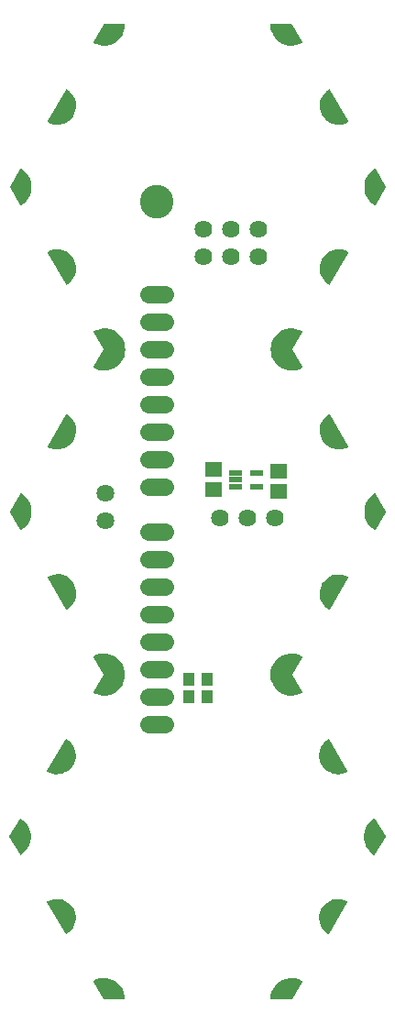
<source format=gbr>
G04 EAGLE Gerber RS-274X export*
G75*
%MOMM*%
%FSLAX34Y34*%
%LPD*%
%INSoldermask Bottom*%
%IPPOS*%
%AMOC8*
5,1,8,0,0,1.08239X$1,22.5*%
G01*
%ADD10C,3.101600*%
%ADD11C,1.625600*%
%ADD12C,1.631600*%
%ADD13R,1.601600X1.401600*%
%ADD14R,1.301600X0.501600*%
%ADD15C,1.625600*%
%ADD16R,1.101600X1.201600*%
%ADD17C,1.101600*%

G36*
X120706Y526255D02*
X120706Y526255D01*
X120753Y526252D01*
X123791Y526618D01*
X123823Y526628D01*
X123870Y526634D01*
X126810Y527481D01*
X126840Y527497D01*
X126885Y527510D01*
X129651Y528818D01*
X129674Y528835D01*
X129701Y528845D01*
X129753Y528894D01*
X129810Y528937D01*
X129825Y528962D01*
X129845Y528982D01*
X129874Y529047D01*
X129910Y529109D01*
X129914Y529138D01*
X129925Y529164D01*
X129926Y529236D01*
X129935Y529306D01*
X129928Y529334D01*
X129928Y529363D01*
X129893Y529457D01*
X129882Y529498D01*
X129875Y529506D01*
X129870Y529519D01*
X120514Y545770D01*
X129870Y562020D01*
X129879Y562048D01*
X129896Y562071D01*
X129910Y562141D01*
X129933Y562209D01*
X129931Y562238D01*
X129937Y562266D01*
X129923Y562336D01*
X129917Y562407D01*
X129904Y562433D01*
X129899Y562461D01*
X129859Y562520D01*
X129826Y562584D01*
X129803Y562602D01*
X129787Y562626D01*
X129705Y562683D01*
X129672Y562710D01*
X129662Y562713D01*
X129651Y562721D01*
X126885Y564029D01*
X126852Y564037D01*
X126810Y564058D01*
X123870Y564905D01*
X123836Y564908D01*
X123791Y564921D01*
X120753Y565287D01*
X120719Y565284D01*
X120673Y565290D01*
X117616Y565163D01*
X117583Y565155D01*
X117536Y565153D01*
X114539Y564537D01*
X114507Y564524D01*
X114461Y564515D01*
X111602Y563427D01*
X111573Y563408D01*
X111529Y563392D01*
X108881Y561859D01*
X108856Y561836D01*
X108815Y561813D01*
X106447Y559875D01*
X106426Y559849D01*
X106389Y559819D01*
X104363Y557527D01*
X104346Y557497D01*
X104315Y557462D01*
X102682Y554874D01*
X102670Y554843D01*
X102645Y554803D01*
X101449Y551987D01*
X101442Y551953D01*
X101440Y551947D01*
X101435Y551940D01*
X101434Y551935D01*
X101424Y551910D01*
X100695Y548939D01*
X100694Y548905D01*
X100682Y548859D01*
X100440Y545809D01*
X100443Y545781D01*
X100439Y545753D01*
X100441Y545743D01*
X100440Y545730D01*
X100682Y542680D01*
X100692Y542647D01*
X100695Y542600D01*
X101424Y539629D01*
X101438Y539598D01*
X101449Y539552D01*
X102645Y536736D01*
X102664Y536708D01*
X102682Y536665D01*
X104315Y534077D01*
X104338Y534052D01*
X104363Y534012D01*
X106389Y531720D01*
X106416Y531699D01*
X106447Y531664D01*
X108815Y529726D01*
X108845Y529710D01*
X108881Y529680D01*
X111529Y528147D01*
X111561Y528136D01*
X111602Y528112D01*
X114461Y527024D01*
X114495Y527018D01*
X114539Y527002D01*
X117536Y526386D01*
X117570Y526386D01*
X117616Y526376D01*
X120673Y526249D01*
X120706Y526255D01*
G37*
G36*
X120452Y226027D02*
X120452Y226027D01*
X120499Y226024D01*
X123537Y226390D01*
X123569Y226400D01*
X123616Y226406D01*
X126556Y227253D01*
X126586Y227269D01*
X126631Y227282D01*
X129397Y228590D01*
X129420Y228607D01*
X129447Y228617D01*
X129499Y228666D01*
X129556Y228709D01*
X129571Y228734D01*
X129591Y228754D01*
X129620Y228819D01*
X129656Y228881D01*
X129660Y228910D01*
X129671Y228936D01*
X129672Y229008D01*
X129681Y229078D01*
X129674Y229106D01*
X129674Y229135D01*
X129639Y229229D01*
X129628Y229270D01*
X129621Y229278D01*
X129616Y229291D01*
X120260Y245542D01*
X129616Y261792D01*
X129625Y261820D01*
X129642Y261843D01*
X129656Y261913D01*
X129679Y261981D01*
X129677Y262010D01*
X129683Y262038D01*
X129669Y262108D01*
X129663Y262179D01*
X129650Y262205D01*
X129645Y262233D01*
X129605Y262292D01*
X129572Y262356D01*
X129549Y262374D01*
X129533Y262398D01*
X129451Y262455D01*
X129418Y262482D01*
X129408Y262485D01*
X129397Y262493D01*
X126631Y263801D01*
X126598Y263809D01*
X126556Y263830D01*
X123616Y264677D01*
X123582Y264680D01*
X123537Y264693D01*
X120499Y265059D01*
X120465Y265056D01*
X120419Y265062D01*
X117362Y264935D01*
X117329Y264927D01*
X117282Y264925D01*
X114285Y264309D01*
X114253Y264296D01*
X114207Y264287D01*
X111348Y263199D01*
X111319Y263180D01*
X111275Y263164D01*
X108627Y261631D01*
X108602Y261608D01*
X108561Y261585D01*
X106193Y259647D01*
X106172Y259621D01*
X106135Y259591D01*
X104109Y257299D01*
X104092Y257269D01*
X104061Y257234D01*
X102428Y254646D01*
X102416Y254615D01*
X102391Y254575D01*
X101195Y251759D01*
X101188Y251725D01*
X101186Y251719D01*
X101181Y251712D01*
X101180Y251707D01*
X101170Y251682D01*
X100441Y248711D01*
X100440Y248677D01*
X100428Y248631D01*
X100186Y245581D01*
X100189Y245553D01*
X100185Y245525D01*
X100187Y245515D01*
X100186Y245502D01*
X100428Y242452D01*
X100438Y242419D01*
X100441Y242372D01*
X101170Y239401D01*
X101184Y239370D01*
X101195Y239324D01*
X102391Y236508D01*
X102410Y236480D01*
X102428Y236437D01*
X104061Y233849D01*
X104084Y233824D01*
X104109Y233784D01*
X106135Y231492D01*
X106162Y231471D01*
X106193Y231436D01*
X108561Y229498D01*
X108591Y229482D01*
X108627Y229452D01*
X111275Y227919D01*
X111307Y227908D01*
X111348Y227884D01*
X114207Y226796D01*
X114241Y226790D01*
X114285Y226774D01*
X117282Y226158D01*
X117316Y226158D01*
X117362Y226148D01*
X120419Y226021D01*
X120452Y226027D01*
G37*
G36*
X-50941Y526376D02*
X-50941Y526376D01*
X-50908Y526384D01*
X-50861Y526386D01*
X-47864Y527002D01*
X-47832Y527015D01*
X-47786Y527024D01*
X-44927Y528112D01*
X-44898Y528131D01*
X-44854Y528147D01*
X-42206Y529680D01*
X-42181Y529703D01*
X-42140Y529726D01*
X-39772Y531664D01*
X-39751Y531690D01*
X-39714Y531720D01*
X-37688Y534012D01*
X-37671Y534042D01*
X-37640Y534077D01*
X-36007Y536665D01*
X-35995Y536697D01*
X-35970Y536736D01*
X-34774Y539552D01*
X-34767Y539586D01*
X-34749Y539629D01*
X-34020Y542600D01*
X-34019Y542634D01*
X-34007Y542680D01*
X-33765Y545730D01*
X-33768Y545758D01*
X-33764Y545786D01*
X-33766Y545796D01*
X-33765Y545809D01*
X-34007Y548859D01*
X-34017Y548892D01*
X-34020Y548939D01*
X-34749Y551910D01*
X-34763Y551941D01*
X-34774Y551987D01*
X-35970Y554803D01*
X-35989Y554831D01*
X-36007Y554874D01*
X-37640Y557462D01*
X-37663Y557487D01*
X-37688Y557527D01*
X-39714Y559819D01*
X-39741Y559840D01*
X-39772Y559875D01*
X-42140Y561813D01*
X-42170Y561829D01*
X-42206Y561859D01*
X-44854Y563392D01*
X-44886Y563403D01*
X-44927Y563427D01*
X-47786Y564515D01*
X-47820Y564521D01*
X-47864Y564537D01*
X-50861Y565153D01*
X-50895Y565153D01*
X-50941Y565163D01*
X-53998Y565290D01*
X-54031Y565284D01*
X-54078Y565287D01*
X-57116Y564921D01*
X-57148Y564911D01*
X-57195Y564905D01*
X-60135Y564058D01*
X-60165Y564042D01*
X-60210Y564029D01*
X-62976Y562721D01*
X-62999Y562704D01*
X-63026Y562694D01*
X-63078Y562645D01*
X-63135Y562602D01*
X-63150Y562577D01*
X-63170Y562557D01*
X-63199Y562492D01*
X-63235Y562430D01*
X-63239Y562402D01*
X-63250Y562375D01*
X-63251Y562303D01*
X-63260Y562233D01*
X-63253Y562205D01*
X-63253Y562176D01*
X-63218Y562082D01*
X-63207Y562041D01*
X-63200Y562033D01*
X-63195Y562020D01*
X-53839Y545770D01*
X-63195Y529519D01*
X-63204Y529491D01*
X-63221Y529468D01*
X-63235Y529398D01*
X-63258Y529330D01*
X-63256Y529302D01*
X-63262Y529273D01*
X-63248Y529203D01*
X-63242Y529132D01*
X-63229Y529106D01*
X-63224Y529078D01*
X-63184Y529019D01*
X-63151Y528955D01*
X-63128Y528937D01*
X-63112Y528913D01*
X-63030Y528856D01*
X-62997Y528829D01*
X-62987Y528826D01*
X-62976Y528818D01*
X-60210Y527510D01*
X-60177Y527502D01*
X-60135Y527481D01*
X-57195Y526634D01*
X-57161Y526631D01*
X-57116Y526618D01*
X-54078Y526252D01*
X-54044Y526255D01*
X-53998Y526249D01*
X-50941Y526376D01*
G37*
G36*
X-51195Y226148D02*
X-51195Y226148D01*
X-51162Y226156D01*
X-51115Y226158D01*
X-48118Y226774D01*
X-48086Y226787D01*
X-48040Y226796D01*
X-45181Y227884D01*
X-45152Y227903D01*
X-45108Y227919D01*
X-42460Y229452D01*
X-42435Y229475D01*
X-42394Y229498D01*
X-40026Y231436D01*
X-40005Y231462D01*
X-39968Y231492D01*
X-37942Y233784D01*
X-37925Y233814D01*
X-37894Y233849D01*
X-36261Y236437D01*
X-36249Y236469D01*
X-36224Y236508D01*
X-35028Y239324D01*
X-35021Y239358D01*
X-35003Y239401D01*
X-34274Y242372D01*
X-34273Y242406D01*
X-34261Y242452D01*
X-34019Y245502D01*
X-34022Y245530D01*
X-34018Y245558D01*
X-34020Y245568D01*
X-34019Y245581D01*
X-34261Y248631D01*
X-34271Y248664D01*
X-34274Y248711D01*
X-35003Y251682D01*
X-35017Y251713D01*
X-35028Y251759D01*
X-36224Y254575D01*
X-36243Y254603D01*
X-36261Y254646D01*
X-37894Y257234D01*
X-37917Y257259D01*
X-37942Y257299D01*
X-39968Y259591D01*
X-39995Y259612D01*
X-40026Y259647D01*
X-42394Y261585D01*
X-42424Y261601D01*
X-42460Y261631D01*
X-45108Y263164D01*
X-45140Y263175D01*
X-45181Y263199D01*
X-48040Y264287D01*
X-48074Y264293D01*
X-48118Y264309D01*
X-51115Y264925D01*
X-51149Y264925D01*
X-51195Y264935D01*
X-54252Y265062D01*
X-54285Y265056D01*
X-54332Y265059D01*
X-57370Y264693D01*
X-57402Y264683D01*
X-57449Y264677D01*
X-60389Y263830D01*
X-60419Y263814D01*
X-60464Y263801D01*
X-63230Y262493D01*
X-63253Y262476D01*
X-63280Y262466D01*
X-63332Y262417D01*
X-63389Y262374D01*
X-63404Y262349D01*
X-63424Y262329D01*
X-63453Y262264D01*
X-63489Y262202D01*
X-63493Y262174D01*
X-63504Y262147D01*
X-63505Y262075D01*
X-63514Y262005D01*
X-63507Y261977D01*
X-63507Y261948D01*
X-63472Y261854D01*
X-63461Y261813D01*
X-63454Y261805D01*
X-63449Y261792D01*
X-54093Y245542D01*
X-63449Y229291D01*
X-63458Y229263D01*
X-63475Y229240D01*
X-63489Y229170D01*
X-63512Y229102D01*
X-63510Y229074D01*
X-63516Y229045D01*
X-63502Y228975D01*
X-63496Y228904D01*
X-63483Y228878D01*
X-63478Y228850D01*
X-63438Y228791D01*
X-63405Y228727D01*
X-63382Y228709D01*
X-63366Y228685D01*
X-63284Y228628D01*
X-63251Y228601D01*
X-63241Y228598D01*
X-63230Y228590D01*
X-60464Y227282D01*
X-60431Y227274D01*
X-60389Y227253D01*
X-57449Y226406D01*
X-57415Y226403D01*
X-57370Y226390D01*
X-54332Y226024D01*
X-54298Y226027D01*
X-54252Y226021D01*
X-51195Y226148D01*
G37*
G36*
X-88056Y605579D02*
X-88056Y605579D01*
X-87985Y605576D01*
X-87957Y605587D01*
X-87928Y605589D01*
X-87838Y605631D01*
X-87798Y605646D01*
X-87790Y605654D01*
X-87778Y605659D01*
X-85474Y607259D01*
X-85450Y607284D01*
X-85411Y607311D01*
X-83402Y609268D01*
X-83382Y609297D01*
X-83348Y609331D01*
X-81688Y611591D01*
X-81674Y611623D01*
X-81645Y611662D01*
X-80380Y614165D01*
X-80371Y614198D01*
X-80349Y614241D01*
X-79514Y616918D01*
X-79510Y616953D01*
X-79496Y616999D01*
X-79113Y619777D01*
X-79115Y619812D01*
X-79108Y619859D01*
X-79187Y622663D01*
X-79195Y622697D01*
X-79196Y622745D01*
X-79736Y625497D01*
X-79749Y625529D01*
X-79758Y625576D01*
X-80743Y628202D01*
X-80759Y628227D01*
X-80764Y628246D01*
X-80771Y628257D01*
X-80779Y628276D01*
X-82182Y630704D01*
X-82205Y630730D01*
X-82229Y630772D01*
X-84014Y632936D01*
X-84041Y632957D01*
X-84071Y632995D01*
X-86187Y634835D01*
X-86218Y634852D01*
X-86254Y634884D01*
X-88644Y636351D01*
X-88677Y636363D01*
X-88718Y636388D01*
X-91317Y637442D01*
X-91351Y637448D01*
X-91395Y637466D01*
X-94132Y638078D01*
X-94167Y638079D01*
X-94214Y638089D01*
X-97014Y638242D01*
X-97049Y638237D01*
X-97097Y638240D01*
X-99884Y637929D01*
X-99917Y637919D01*
X-99965Y637913D01*
X-102663Y637148D01*
X-102694Y637133D01*
X-102740Y637119D01*
X-105276Y635921D01*
X-105299Y635903D01*
X-105327Y635893D01*
X-105378Y635844D01*
X-105435Y635802D01*
X-105450Y635777D01*
X-105471Y635757D01*
X-105499Y635691D01*
X-105535Y635630D01*
X-105539Y635601D01*
X-105551Y635574D01*
X-105551Y635503D01*
X-105560Y635433D01*
X-105553Y635405D01*
X-105553Y635375D01*
X-105518Y635283D01*
X-105507Y635241D01*
X-105500Y635233D01*
X-105495Y635220D01*
X-88495Y605820D01*
X-88475Y605798D01*
X-88463Y605771D01*
X-88410Y605724D01*
X-88363Y605671D01*
X-88337Y605658D01*
X-88315Y605639D01*
X-88247Y605616D01*
X-88183Y605585D01*
X-88154Y605584D01*
X-88127Y605574D01*
X-88056Y605579D01*
G37*
G36*
X-88056Y305605D02*
X-88056Y305605D01*
X-87985Y305602D01*
X-87957Y305613D01*
X-87928Y305615D01*
X-87838Y305657D01*
X-87798Y305672D01*
X-87790Y305680D01*
X-87778Y305685D01*
X-85474Y307285D01*
X-85450Y307310D01*
X-85411Y307337D01*
X-83402Y309294D01*
X-83382Y309323D01*
X-83348Y309357D01*
X-81688Y311617D01*
X-81674Y311649D01*
X-81645Y311688D01*
X-80380Y314191D01*
X-80371Y314224D01*
X-80349Y314267D01*
X-79514Y316944D01*
X-79510Y316979D01*
X-79496Y317025D01*
X-79113Y319803D01*
X-79115Y319838D01*
X-79108Y319885D01*
X-79187Y322689D01*
X-79195Y322723D01*
X-79196Y322771D01*
X-79736Y325523D01*
X-79749Y325555D01*
X-79758Y325602D01*
X-80743Y328228D01*
X-80759Y328253D01*
X-80764Y328272D01*
X-80771Y328283D01*
X-80779Y328302D01*
X-82182Y330730D01*
X-82205Y330756D01*
X-82229Y330798D01*
X-84014Y332962D01*
X-84041Y332983D01*
X-84071Y333021D01*
X-86187Y334861D01*
X-86218Y334878D01*
X-86254Y334910D01*
X-88644Y336377D01*
X-88677Y336389D01*
X-88718Y336414D01*
X-91317Y337468D01*
X-91351Y337474D01*
X-91395Y337492D01*
X-94132Y338104D01*
X-94167Y338105D01*
X-94214Y338115D01*
X-97014Y338268D01*
X-97049Y338263D01*
X-97097Y338266D01*
X-99884Y337955D01*
X-99917Y337945D01*
X-99965Y337939D01*
X-102663Y337174D01*
X-102694Y337159D01*
X-102740Y337145D01*
X-105276Y335947D01*
X-105299Y335929D01*
X-105327Y335919D01*
X-105378Y335870D01*
X-105435Y335828D01*
X-105450Y335803D01*
X-105471Y335783D01*
X-105499Y335717D01*
X-105535Y335656D01*
X-105539Y335627D01*
X-105551Y335600D01*
X-105551Y335529D01*
X-105560Y335459D01*
X-105553Y335431D01*
X-105553Y335401D01*
X-105518Y335309D01*
X-105507Y335267D01*
X-105500Y335259D01*
X-105495Y335246D01*
X-88495Y305846D01*
X-88475Y305824D01*
X-88463Y305797D01*
X-88410Y305750D01*
X-88363Y305697D01*
X-88337Y305684D01*
X-88315Y305665D01*
X-88247Y305642D01*
X-88183Y305611D01*
X-88154Y305610D01*
X-88127Y305600D01*
X-88056Y305605D01*
G37*
G36*
X-88564Y5631D02*
X-88564Y5631D01*
X-88493Y5628D01*
X-88465Y5639D01*
X-88436Y5641D01*
X-88346Y5683D01*
X-88306Y5698D01*
X-88298Y5706D01*
X-88286Y5711D01*
X-85982Y7311D01*
X-85958Y7336D01*
X-85919Y7363D01*
X-83910Y9320D01*
X-83890Y9349D01*
X-83856Y9383D01*
X-82196Y11643D01*
X-82182Y11675D01*
X-82153Y11714D01*
X-80888Y14217D01*
X-80879Y14250D01*
X-80857Y14293D01*
X-80022Y16970D01*
X-80018Y17005D01*
X-80004Y17051D01*
X-79621Y19829D01*
X-79623Y19864D01*
X-79616Y19911D01*
X-79695Y22715D01*
X-79703Y22749D01*
X-79704Y22797D01*
X-80244Y25549D01*
X-80257Y25581D01*
X-80266Y25628D01*
X-81251Y28254D01*
X-81267Y28279D01*
X-81272Y28298D01*
X-81279Y28309D01*
X-81287Y28328D01*
X-82690Y30756D01*
X-82713Y30782D01*
X-82737Y30824D01*
X-84522Y32988D01*
X-84549Y33009D01*
X-84579Y33047D01*
X-86695Y34887D01*
X-86726Y34904D01*
X-86762Y34936D01*
X-89152Y36403D01*
X-89185Y36415D01*
X-89226Y36440D01*
X-91825Y37494D01*
X-91859Y37500D01*
X-91903Y37518D01*
X-94640Y38130D01*
X-94675Y38131D01*
X-94722Y38141D01*
X-97522Y38294D01*
X-97557Y38289D01*
X-97605Y38292D01*
X-100392Y37981D01*
X-100425Y37971D01*
X-100473Y37965D01*
X-103171Y37200D01*
X-103202Y37185D01*
X-103248Y37171D01*
X-105784Y35973D01*
X-105807Y35955D01*
X-105835Y35945D01*
X-105886Y35896D01*
X-105943Y35854D01*
X-105958Y35829D01*
X-105979Y35809D01*
X-106007Y35743D01*
X-106043Y35682D01*
X-106047Y35653D01*
X-106059Y35626D01*
X-106059Y35555D01*
X-106068Y35485D01*
X-106061Y35457D01*
X-106061Y35427D01*
X-106026Y35335D01*
X-106015Y35293D01*
X-106008Y35285D01*
X-106003Y35272D01*
X-89003Y5872D01*
X-88983Y5850D01*
X-88971Y5823D01*
X-88918Y5776D01*
X-88871Y5723D01*
X-88845Y5710D01*
X-88823Y5691D01*
X-88755Y5668D01*
X-88691Y5637D01*
X-88662Y5636D01*
X-88635Y5626D01*
X-88564Y5631D01*
G37*
G36*
X163724Y753302D02*
X163724Y753302D01*
X163772Y753300D01*
X166559Y753610D01*
X166592Y753620D01*
X166640Y753626D01*
X169338Y754391D01*
X169369Y754407D01*
X169415Y754420D01*
X171951Y755618D01*
X171974Y755636D01*
X172002Y755646D01*
X172053Y755695D01*
X172110Y755737D01*
X172125Y755762D01*
X172146Y755782D01*
X172174Y755848D01*
X172210Y755909D01*
X172214Y755938D01*
X172226Y755965D01*
X172226Y756036D01*
X172235Y756106D01*
X172228Y756134D01*
X172228Y756164D01*
X172193Y756256D01*
X172182Y756298D01*
X172175Y756307D01*
X172170Y756319D01*
X155170Y785719D01*
X155150Y785741D01*
X155138Y785768D01*
X155085Y785815D01*
X155038Y785868D01*
X155012Y785881D01*
X154990Y785900D01*
X154922Y785923D01*
X154858Y785954D01*
X154829Y785955D01*
X154802Y785965D01*
X154731Y785960D01*
X154660Y785963D01*
X154632Y785952D01*
X154603Y785950D01*
X154513Y785908D01*
X154473Y785893D01*
X154465Y785886D01*
X154453Y785880D01*
X152149Y784280D01*
X152125Y784255D01*
X152086Y784228D01*
X150077Y782271D01*
X150057Y782242D01*
X150023Y782208D01*
X148363Y779948D01*
X148349Y779916D01*
X148320Y779877D01*
X147055Y777374D01*
X147046Y777341D01*
X147024Y777298D01*
X146189Y774621D01*
X146185Y774586D01*
X146171Y774540D01*
X145788Y771762D01*
X145790Y771727D01*
X145783Y771680D01*
X145862Y768876D01*
X145870Y768842D01*
X145871Y768794D01*
X146411Y766042D01*
X146424Y766010D01*
X146433Y765963D01*
X147418Y763337D01*
X147437Y763308D01*
X147454Y763263D01*
X148857Y760835D01*
X148880Y760809D01*
X148904Y760767D01*
X150689Y758603D01*
X150716Y758582D01*
X150746Y758544D01*
X152862Y756704D01*
X152893Y756687D01*
X152929Y756655D01*
X155319Y755188D01*
X155352Y755176D01*
X155393Y755151D01*
X157992Y754097D01*
X158026Y754091D01*
X158070Y754073D01*
X160807Y753461D01*
X160842Y753460D01*
X160889Y753450D01*
X163689Y753297D01*
X163724Y753302D01*
G37*
G36*
X163724Y453302D02*
X163724Y453302D01*
X163772Y453300D01*
X166559Y453610D01*
X166592Y453620D01*
X166640Y453626D01*
X169338Y454391D01*
X169369Y454407D01*
X169415Y454420D01*
X171951Y455618D01*
X171974Y455636D01*
X172002Y455646D01*
X172053Y455695D01*
X172110Y455737D01*
X172125Y455762D01*
X172146Y455782D01*
X172174Y455848D01*
X172210Y455909D01*
X172214Y455938D01*
X172226Y455965D01*
X172226Y456036D01*
X172235Y456106D01*
X172228Y456134D01*
X172228Y456164D01*
X172193Y456256D01*
X172182Y456298D01*
X172175Y456307D01*
X172170Y456319D01*
X155170Y485719D01*
X155150Y485741D01*
X155138Y485768D01*
X155085Y485815D01*
X155038Y485868D01*
X155012Y485881D01*
X154990Y485900D01*
X154922Y485923D01*
X154858Y485954D01*
X154829Y485955D01*
X154802Y485965D01*
X154731Y485960D01*
X154660Y485963D01*
X154632Y485952D01*
X154603Y485950D01*
X154513Y485908D01*
X154473Y485893D01*
X154465Y485886D01*
X154453Y485880D01*
X152149Y484280D01*
X152125Y484255D01*
X152086Y484228D01*
X150077Y482271D01*
X150057Y482242D01*
X150023Y482208D01*
X148363Y479948D01*
X148349Y479916D01*
X148320Y479877D01*
X147055Y477374D01*
X147046Y477341D01*
X147024Y477298D01*
X146189Y474621D01*
X146185Y474586D01*
X146171Y474540D01*
X145788Y471762D01*
X145790Y471727D01*
X145783Y471680D01*
X145862Y468876D01*
X145870Y468842D01*
X145871Y468794D01*
X146411Y466042D01*
X146424Y466010D01*
X146433Y465963D01*
X147418Y463337D01*
X147437Y463308D01*
X147454Y463263D01*
X148857Y460835D01*
X148880Y460809D01*
X148904Y460767D01*
X150689Y458603D01*
X150716Y458582D01*
X150746Y458544D01*
X152862Y456704D01*
X152893Y456687D01*
X152929Y456655D01*
X155319Y455188D01*
X155352Y455176D01*
X155393Y455151D01*
X157992Y454097D01*
X158026Y454091D01*
X158070Y454073D01*
X160807Y453461D01*
X160842Y453460D01*
X160889Y453450D01*
X163689Y453297D01*
X163724Y453302D01*
G37*
G36*
X163216Y153354D02*
X163216Y153354D01*
X163264Y153352D01*
X166051Y153662D01*
X166084Y153672D01*
X166132Y153678D01*
X168830Y154443D01*
X168861Y154459D01*
X168907Y154472D01*
X171443Y155670D01*
X171466Y155688D01*
X171494Y155698D01*
X171545Y155747D01*
X171602Y155789D01*
X171617Y155814D01*
X171638Y155834D01*
X171666Y155900D01*
X171702Y155961D01*
X171706Y155990D01*
X171718Y156017D01*
X171718Y156088D01*
X171727Y156158D01*
X171720Y156186D01*
X171720Y156216D01*
X171685Y156308D01*
X171674Y156350D01*
X171667Y156359D01*
X171662Y156371D01*
X154662Y185771D01*
X154642Y185793D01*
X154630Y185820D01*
X154577Y185867D01*
X154530Y185920D01*
X154504Y185933D01*
X154482Y185952D01*
X154414Y185975D01*
X154350Y186006D01*
X154321Y186007D01*
X154294Y186017D01*
X154223Y186012D01*
X154152Y186015D01*
X154124Y186004D01*
X154095Y186002D01*
X154005Y185960D01*
X153965Y185945D01*
X153957Y185938D01*
X153945Y185932D01*
X151641Y184332D01*
X151617Y184307D01*
X151578Y184280D01*
X149569Y182323D01*
X149549Y182294D01*
X149515Y182260D01*
X147855Y180000D01*
X147841Y179968D01*
X147812Y179929D01*
X146547Y177426D01*
X146538Y177393D01*
X146516Y177350D01*
X145681Y174673D01*
X145677Y174638D01*
X145663Y174592D01*
X145280Y171814D01*
X145282Y171779D01*
X145275Y171732D01*
X145354Y168928D01*
X145362Y168894D01*
X145363Y168846D01*
X145903Y166094D01*
X145916Y166062D01*
X145925Y166015D01*
X146910Y163389D01*
X146929Y163360D01*
X146946Y163315D01*
X148349Y160887D01*
X148372Y160861D01*
X148396Y160819D01*
X150181Y158655D01*
X150208Y158634D01*
X150238Y158596D01*
X152354Y156756D01*
X152385Y156739D01*
X152421Y156707D01*
X154811Y155240D01*
X154844Y155228D01*
X154885Y155203D01*
X157484Y154149D01*
X157518Y154143D01*
X157562Y154125D01*
X160299Y153513D01*
X160334Y153512D01*
X160381Y153502D01*
X163181Y153349D01*
X163216Y153354D01*
G37*
G36*
X154255Y5632D02*
X154255Y5632D01*
X154326Y5632D01*
X154353Y5643D01*
X154382Y5646D01*
X154444Y5681D01*
X154510Y5708D01*
X154530Y5729D01*
X154556Y5743D01*
X154619Y5820D01*
X154649Y5850D01*
X154653Y5861D01*
X154662Y5872D01*
X171662Y35272D01*
X171671Y35299D01*
X171688Y35323D01*
X171702Y35393D01*
X171725Y35460D01*
X171723Y35489D01*
X171729Y35518D01*
X171715Y35588D01*
X171710Y35658D01*
X171696Y35684D01*
X171691Y35713D01*
X171651Y35772D01*
X171618Y35835D01*
X171596Y35854D01*
X171579Y35878D01*
X171498Y35935D01*
X171465Y35962D01*
X171454Y35965D01*
X171443Y35973D01*
X168907Y37171D01*
X168874Y37180D01*
X168830Y37200D01*
X166132Y37965D01*
X166098Y37968D01*
X166051Y37981D01*
X163264Y38292D01*
X163229Y38288D01*
X163181Y38294D01*
X160381Y38141D01*
X160348Y38132D01*
X160299Y38130D01*
X157562Y37518D01*
X157531Y37504D01*
X157484Y37494D01*
X154885Y36440D01*
X154856Y36421D01*
X154811Y36403D01*
X152421Y34936D01*
X152395Y34912D01*
X152354Y34887D01*
X150238Y33047D01*
X150217Y33019D01*
X150181Y32988D01*
X148396Y30824D01*
X148380Y30793D01*
X148349Y30756D01*
X146946Y28328D01*
X146935Y28296D01*
X146928Y28284D01*
X146918Y28268D01*
X146917Y28266D01*
X146910Y28254D01*
X145925Y25628D01*
X145920Y25594D01*
X145903Y25549D01*
X145363Y22797D01*
X145364Y22762D01*
X145354Y22715D01*
X145275Y19911D01*
X145281Y19877D01*
X145280Y19829D01*
X145663Y17051D01*
X145674Y17018D01*
X145681Y16970D01*
X146516Y14293D01*
X146533Y14263D01*
X146547Y14217D01*
X147812Y11714D01*
X147833Y11686D01*
X147855Y11643D01*
X149515Y9383D01*
X149540Y9359D01*
X149569Y9320D01*
X151578Y7363D01*
X151607Y7345D01*
X151641Y7311D01*
X153945Y5711D01*
X153972Y5700D01*
X153994Y5681D01*
X154062Y5661D01*
X154127Y5633D01*
X154157Y5633D01*
X154185Y5624D01*
X154255Y5632D01*
G37*
G36*
X154763Y605580D02*
X154763Y605580D01*
X154834Y605580D01*
X154861Y605591D01*
X154890Y605594D01*
X154952Y605629D01*
X155018Y605656D01*
X155038Y605677D01*
X155064Y605691D01*
X155127Y605768D01*
X155157Y605798D01*
X155161Y605809D01*
X155170Y605820D01*
X172170Y635220D01*
X172179Y635247D01*
X172196Y635271D01*
X172210Y635341D01*
X172233Y635408D01*
X172231Y635437D01*
X172237Y635466D01*
X172223Y635536D01*
X172218Y635606D01*
X172204Y635632D01*
X172199Y635661D01*
X172159Y635720D01*
X172126Y635783D01*
X172104Y635802D01*
X172087Y635826D01*
X172006Y635883D01*
X171973Y635910D01*
X171962Y635913D01*
X171951Y635921D01*
X169415Y637119D01*
X169382Y637128D01*
X169338Y637148D01*
X166640Y637913D01*
X166606Y637916D01*
X166559Y637929D01*
X163772Y638240D01*
X163737Y638236D01*
X163689Y638242D01*
X160889Y638089D01*
X160856Y638080D01*
X160807Y638078D01*
X158070Y637466D01*
X158039Y637452D01*
X157992Y637442D01*
X155393Y636388D01*
X155364Y636369D01*
X155319Y636351D01*
X152929Y634884D01*
X152903Y634860D01*
X152862Y634835D01*
X150746Y632995D01*
X150725Y632967D01*
X150689Y632936D01*
X148904Y630772D01*
X148888Y630741D01*
X148857Y630704D01*
X147454Y628276D01*
X147443Y628244D01*
X147435Y628231D01*
X147426Y628216D01*
X147425Y628214D01*
X147418Y628202D01*
X146433Y625576D01*
X146428Y625542D01*
X146411Y625497D01*
X145871Y622745D01*
X145872Y622710D01*
X145862Y622663D01*
X145783Y619859D01*
X145789Y619825D01*
X145788Y619777D01*
X146171Y616999D01*
X146182Y616966D01*
X146189Y616918D01*
X147024Y614241D01*
X147041Y614211D01*
X147055Y614165D01*
X148320Y611662D01*
X148341Y611634D01*
X148363Y611591D01*
X150023Y609331D01*
X150048Y609307D01*
X150077Y609268D01*
X152086Y607311D01*
X152115Y607293D01*
X152149Y607259D01*
X154453Y605659D01*
X154480Y605648D01*
X154502Y605629D01*
X154570Y605609D01*
X154635Y605581D01*
X154665Y605581D01*
X154693Y605572D01*
X154763Y605580D01*
G37*
G36*
X154763Y305352D02*
X154763Y305352D01*
X154834Y305352D01*
X154861Y305363D01*
X154890Y305366D01*
X154952Y305401D01*
X155018Y305428D01*
X155038Y305449D01*
X155064Y305463D01*
X155127Y305540D01*
X155157Y305570D01*
X155161Y305581D01*
X155170Y305592D01*
X172170Y334992D01*
X172179Y335019D01*
X172196Y335043D01*
X172210Y335113D01*
X172233Y335180D01*
X172231Y335209D01*
X172237Y335238D01*
X172223Y335308D01*
X172218Y335378D01*
X172204Y335404D01*
X172199Y335433D01*
X172159Y335492D01*
X172126Y335555D01*
X172104Y335574D01*
X172087Y335598D01*
X172006Y335655D01*
X171973Y335682D01*
X171962Y335685D01*
X171951Y335693D01*
X169415Y336891D01*
X169382Y336900D01*
X169338Y336920D01*
X166640Y337685D01*
X166606Y337688D01*
X166559Y337701D01*
X163772Y338012D01*
X163737Y338008D01*
X163689Y338014D01*
X160889Y337861D01*
X160856Y337852D01*
X160807Y337850D01*
X158070Y337238D01*
X158039Y337224D01*
X157992Y337214D01*
X155393Y336160D01*
X155364Y336141D01*
X155319Y336123D01*
X152929Y334656D01*
X152903Y334632D01*
X152862Y334607D01*
X150746Y332767D01*
X150725Y332739D01*
X150689Y332708D01*
X148904Y330544D01*
X148888Y330513D01*
X148857Y330476D01*
X147454Y328048D01*
X147443Y328016D01*
X147435Y328003D01*
X147426Y327988D01*
X147425Y327986D01*
X147418Y327974D01*
X146433Y325348D01*
X146428Y325314D01*
X146411Y325269D01*
X145871Y322517D01*
X145872Y322482D01*
X145862Y322435D01*
X145783Y319631D01*
X145789Y319597D01*
X145788Y319549D01*
X146171Y316771D01*
X146182Y316738D01*
X146189Y316690D01*
X147024Y314013D01*
X147041Y313983D01*
X147055Y313937D01*
X148320Y311434D01*
X148341Y311406D01*
X148363Y311363D01*
X150023Y309103D01*
X150048Y309079D01*
X150077Y309040D01*
X152086Y307083D01*
X152115Y307065D01*
X152149Y307031D01*
X154453Y305431D01*
X154480Y305420D01*
X154502Y305401D01*
X154570Y305381D01*
X154635Y305353D01*
X154665Y305353D01*
X154693Y305344D01*
X154763Y305352D01*
G37*
G36*
X-94214Y753450D02*
X-94214Y753450D01*
X-94181Y753459D01*
X-94132Y753461D01*
X-91395Y754073D01*
X-91364Y754087D01*
X-91317Y754097D01*
X-88718Y755151D01*
X-88689Y755170D01*
X-88644Y755188D01*
X-86254Y756655D01*
X-86228Y756679D01*
X-86187Y756704D01*
X-84071Y758544D01*
X-84050Y758572D01*
X-84014Y758603D01*
X-82229Y760767D01*
X-82213Y760798D01*
X-82182Y760835D01*
X-80779Y763263D01*
X-80768Y763295D01*
X-80743Y763337D01*
X-79758Y765963D01*
X-79753Y765997D01*
X-79736Y766042D01*
X-79196Y768794D01*
X-79197Y768829D01*
X-79187Y768876D01*
X-79108Y771680D01*
X-79114Y771714D01*
X-79113Y771762D01*
X-79496Y774540D01*
X-79507Y774573D01*
X-79514Y774621D01*
X-80349Y777298D01*
X-80366Y777328D01*
X-80380Y777374D01*
X-81645Y779877D01*
X-81666Y779905D01*
X-81688Y779948D01*
X-83348Y782208D01*
X-83373Y782232D01*
X-83402Y782271D01*
X-85411Y784228D01*
X-85440Y784246D01*
X-85474Y784280D01*
X-87778Y785880D01*
X-87805Y785891D01*
X-87827Y785910D01*
X-87895Y785930D01*
X-87960Y785958D01*
X-87990Y785958D01*
X-88018Y785967D01*
X-88088Y785959D01*
X-88159Y785959D01*
X-88186Y785948D01*
X-88215Y785945D01*
X-88277Y785910D01*
X-88343Y785883D01*
X-88363Y785862D01*
X-88389Y785848D01*
X-88452Y785771D01*
X-88482Y785741D01*
X-88486Y785730D01*
X-88495Y785719D01*
X-105495Y756319D01*
X-105504Y756292D01*
X-105521Y756268D01*
X-105535Y756198D01*
X-105558Y756131D01*
X-105556Y756102D01*
X-105562Y756073D01*
X-105548Y756003D01*
X-105543Y755933D01*
X-105529Y755907D01*
X-105524Y755878D01*
X-105484Y755819D01*
X-105451Y755756D01*
X-105429Y755737D01*
X-105412Y755713D01*
X-105331Y755656D01*
X-105298Y755629D01*
X-105287Y755626D01*
X-105276Y755618D01*
X-102740Y754420D01*
X-102707Y754411D01*
X-102663Y754391D01*
X-99965Y753626D01*
X-99931Y753623D01*
X-99884Y753610D01*
X-97097Y753300D01*
X-97062Y753303D01*
X-97014Y753297D01*
X-94214Y753450D01*
G37*
G36*
X-94214Y453450D02*
X-94214Y453450D01*
X-94181Y453459D01*
X-94132Y453461D01*
X-91395Y454073D01*
X-91364Y454087D01*
X-91317Y454097D01*
X-88718Y455151D01*
X-88689Y455170D01*
X-88644Y455188D01*
X-86254Y456655D01*
X-86228Y456679D01*
X-86187Y456704D01*
X-84071Y458544D01*
X-84050Y458572D01*
X-84014Y458603D01*
X-82229Y460767D01*
X-82213Y460798D01*
X-82182Y460835D01*
X-80779Y463263D01*
X-80768Y463295D01*
X-80743Y463337D01*
X-79758Y465963D01*
X-79753Y465997D01*
X-79736Y466042D01*
X-79196Y468794D01*
X-79197Y468829D01*
X-79187Y468876D01*
X-79108Y471680D01*
X-79114Y471714D01*
X-79113Y471762D01*
X-79496Y474540D01*
X-79507Y474573D01*
X-79514Y474621D01*
X-80349Y477298D01*
X-80366Y477328D01*
X-80380Y477374D01*
X-81645Y479877D01*
X-81666Y479905D01*
X-81688Y479948D01*
X-83348Y482208D01*
X-83373Y482232D01*
X-83402Y482271D01*
X-85411Y484228D01*
X-85440Y484246D01*
X-85474Y484280D01*
X-87778Y485880D01*
X-87805Y485891D01*
X-87827Y485910D01*
X-87895Y485930D01*
X-87960Y485958D01*
X-87990Y485958D01*
X-88018Y485967D01*
X-88088Y485959D01*
X-88159Y485959D01*
X-88186Y485948D01*
X-88215Y485945D01*
X-88277Y485910D01*
X-88343Y485883D01*
X-88363Y485862D01*
X-88389Y485848D01*
X-88452Y485771D01*
X-88482Y485741D01*
X-88486Y485730D01*
X-88495Y485719D01*
X-105495Y456319D01*
X-105504Y456292D01*
X-105521Y456268D01*
X-105535Y456198D01*
X-105558Y456131D01*
X-105556Y456102D01*
X-105562Y456073D01*
X-105548Y456003D01*
X-105543Y455933D01*
X-105529Y455907D01*
X-105524Y455878D01*
X-105484Y455819D01*
X-105451Y455756D01*
X-105429Y455737D01*
X-105412Y455713D01*
X-105331Y455656D01*
X-105298Y455629D01*
X-105287Y455626D01*
X-105276Y455618D01*
X-102740Y454420D01*
X-102707Y454411D01*
X-102663Y454391D01*
X-99965Y453626D01*
X-99931Y453623D01*
X-99884Y453610D01*
X-97097Y453300D01*
X-97062Y453303D01*
X-97014Y453297D01*
X-94214Y453450D01*
G37*
G36*
X-94722Y153502D02*
X-94722Y153502D01*
X-94689Y153511D01*
X-94640Y153513D01*
X-91903Y154125D01*
X-91872Y154139D01*
X-91825Y154149D01*
X-89226Y155203D01*
X-89197Y155222D01*
X-89152Y155240D01*
X-86762Y156707D01*
X-86736Y156731D01*
X-86695Y156756D01*
X-84579Y158596D01*
X-84558Y158624D01*
X-84522Y158655D01*
X-82737Y160819D01*
X-82721Y160850D01*
X-82690Y160887D01*
X-81287Y163315D01*
X-81276Y163347D01*
X-81251Y163389D01*
X-80266Y166015D01*
X-80261Y166049D01*
X-80244Y166094D01*
X-79704Y168846D01*
X-79705Y168881D01*
X-79695Y168928D01*
X-79616Y171732D01*
X-79622Y171766D01*
X-79621Y171814D01*
X-80004Y174592D01*
X-80015Y174625D01*
X-80022Y174673D01*
X-80857Y177350D01*
X-80874Y177380D01*
X-80888Y177426D01*
X-82153Y179929D01*
X-82174Y179957D01*
X-82196Y180000D01*
X-83856Y182260D01*
X-83881Y182284D01*
X-83910Y182323D01*
X-85919Y184280D01*
X-85948Y184298D01*
X-85982Y184332D01*
X-88286Y185932D01*
X-88313Y185943D01*
X-88335Y185962D01*
X-88403Y185982D01*
X-88468Y186010D01*
X-88498Y186010D01*
X-88526Y186019D01*
X-88596Y186011D01*
X-88667Y186011D01*
X-88694Y186000D01*
X-88723Y185997D01*
X-88785Y185962D01*
X-88851Y185935D01*
X-88871Y185914D01*
X-88897Y185900D01*
X-88960Y185823D01*
X-88990Y185793D01*
X-88994Y185782D01*
X-89003Y185771D01*
X-106003Y156371D01*
X-106012Y156344D01*
X-106029Y156320D01*
X-106043Y156250D01*
X-106066Y156183D01*
X-106064Y156154D01*
X-106070Y156125D01*
X-106056Y156055D01*
X-106051Y155985D01*
X-106037Y155959D01*
X-106032Y155930D01*
X-105992Y155871D01*
X-105959Y155808D01*
X-105937Y155789D01*
X-105920Y155765D01*
X-105839Y155708D01*
X-105806Y155681D01*
X-105795Y155678D01*
X-105784Y155670D01*
X-103248Y154472D01*
X-103215Y154463D01*
X-103171Y154443D01*
X-100473Y153678D01*
X-100439Y153675D01*
X-100392Y153662D01*
X-97605Y153352D01*
X-97570Y153355D01*
X-97522Y153349D01*
X-94722Y153502D01*
G37*
G36*
X196557Y78832D02*
X196557Y78832D01*
X196628Y78832D01*
X196654Y78843D01*
X196683Y78846D01*
X196745Y78882D01*
X196811Y78909D01*
X196831Y78930D01*
X196856Y78944D01*
X196920Y79021D01*
X196950Y79052D01*
X196954Y79062D01*
X196962Y79072D01*
X206462Y95572D01*
X206473Y95604D01*
X206481Y95617D01*
X206485Y95642D01*
X206486Y95645D01*
X206517Y95716D01*
X206518Y95739D01*
X206525Y95761D01*
X206519Y95838D01*
X206520Y95915D01*
X206511Y95939D01*
X206509Y95959D01*
X206489Y95999D01*
X206462Y96071D01*
X196962Y112571D01*
X196943Y112592D01*
X196931Y112619D01*
X196878Y112666D01*
X196831Y112720D01*
X196805Y112732D01*
X196783Y112752D01*
X196716Y112775D01*
X196651Y112806D01*
X196622Y112807D01*
X196595Y112816D01*
X196524Y112812D01*
X196453Y112815D01*
X196426Y112805D01*
X196397Y112803D01*
X196306Y112760D01*
X196266Y112746D01*
X196258Y112738D01*
X196246Y112732D01*
X193722Y110991D01*
X193699Y110966D01*
X193660Y110940D01*
X191449Y108816D01*
X191430Y108788D01*
X191396Y108756D01*
X189554Y106304D01*
X189539Y106274D01*
X189511Y106236D01*
X188086Y103521D01*
X188077Y103490D01*
X188061Y103465D01*
X188059Y103457D01*
X188054Y103448D01*
X187083Y100539D01*
X187079Y100505D01*
X187064Y100461D01*
X186572Y97435D01*
X186574Y97401D01*
X186566Y97355D01*
X186566Y94288D01*
X186566Y94285D01*
X186566Y94282D01*
X186572Y94256D01*
X186573Y94255D01*
X186572Y94208D01*
X187064Y91182D01*
X187076Y91150D01*
X187083Y91104D01*
X188054Y88195D01*
X188071Y88166D01*
X188086Y88122D01*
X189511Y85407D01*
X189532Y85380D01*
X189554Y85339D01*
X191396Y82887D01*
X191421Y82865D01*
X191449Y82827D01*
X193660Y80703D01*
X193689Y80685D01*
X193722Y80652D01*
X196246Y78911D01*
X196273Y78899D01*
X196295Y78881D01*
X196363Y78861D01*
X196429Y78833D01*
X196458Y78832D01*
X196485Y78824D01*
X196557Y78832D01*
G37*
G36*
X197065Y678780D02*
X197065Y678780D01*
X197136Y678780D01*
X197162Y678791D01*
X197191Y678794D01*
X197253Y678830D01*
X197319Y678857D01*
X197339Y678878D01*
X197364Y678892D01*
X197428Y678969D01*
X197458Y679000D01*
X197462Y679010D01*
X197470Y679020D01*
X206970Y695520D01*
X206981Y695552D01*
X206989Y695565D01*
X206993Y695590D01*
X206994Y695593D01*
X207025Y695664D01*
X207026Y695687D01*
X207033Y695709D01*
X207027Y695786D01*
X207028Y695863D01*
X207019Y695887D01*
X207017Y695907D01*
X206997Y695947D01*
X206970Y696019D01*
X197470Y712519D01*
X197451Y712540D01*
X197439Y712567D01*
X197386Y712614D01*
X197339Y712668D01*
X197313Y712680D01*
X197291Y712700D01*
X197224Y712723D01*
X197159Y712754D01*
X197130Y712755D01*
X197103Y712764D01*
X197032Y712760D01*
X196961Y712763D01*
X196934Y712753D01*
X196905Y712751D01*
X196814Y712708D01*
X196774Y712694D01*
X196766Y712686D01*
X196754Y712680D01*
X194230Y710939D01*
X194207Y710914D01*
X194168Y710888D01*
X191957Y708764D01*
X191938Y708736D01*
X191904Y708704D01*
X190062Y706252D01*
X190047Y706222D01*
X190019Y706184D01*
X188594Y703469D01*
X188585Y703438D01*
X188569Y703413D01*
X188567Y703405D01*
X188562Y703396D01*
X187591Y700487D01*
X187587Y700453D01*
X187572Y700409D01*
X187080Y697383D01*
X187082Y697349D01*
X187074Y697303D01*
X187074Y694236D01*
X187074Y694233D01*
X187074Y694230D01*
X187080Y694204D01*
X187081Y694203D01*
X187080Y694156D01*
X187572Y691130D01*
X187584Y691098D01*
X187591Y691052D01*
X188562Y688143D01*
X188579Y688114D01*
X188594Y688070D01*
X190019Y685355D01*
X190040Y685328D01*
X190062Y685287D01*
X191904Y682835D01*
X191929Y682813D01*
X191957Y682775D01*
X194168Y680651D01*
X194197Y680633D01*
X194230Y680600D01*
X196754Y678859D01*
X196781Y678847D01*
X196803Y678829D01*
X196871Y678809D01*
X196937Y678781D01*
X196966Y678780D01*
X196993Y678772D01*
X197065Y678780D01*
G37*
G36*
X197065Y378780D02*
X197065Y378780D01*
X197136Y378780D01*
X197162Y378791D01*
X197191Y378794D01*
X197253Y378830D01*
X197319Y378857D01*
X197339Y378878D01*
X197364Y378892D01*
X197428Y378969D01*
X197458Y379000D01*
X197462Y379010D01*
X197470Y379020D01*
X206970Y395520D01*
X206981Y395552D01*
X206989Y395565D01*
X206993Y395590D01*
X206994Y395593D01*
X207025Y395664D01*
X207026Y395687D01*
X207033Y395709D01*
X207027Y395786D01*
X207028Y395863D01*
X207019Y395887D01*
X207017Y395907D01*
X206997Y395947D01*
X206970Y396019D01*
X197470Y412519D01*
X197451Y412540D01*
X197439Y412567D01*
X197386Y412614D01*
X197339Y412668D01*
X197313Y412680D01*
X197291Y412700D01*
X197224Y412723D01*
X197159Y412754D01*
X197130Y412755D01*
X197103Y412764D01*
X197032Y412760D01*
X196961Y412763D01*
X196934Y412753D01*
X196905Y412751D01*
X196814Y412708D01*
X196774Y412694D01*
X196766Y412686D01*
X196754Y412680D01*
X194230Y410939D01*
X194207Y410914D01*
X194168Y410888D01*
X191957Y408764D01*
X191938Y408736D01*
X191904Y408704D01*
X190062Y406252D01*
X190047Y406222D01*
X190019Y406184D01*
X188594Y403469D01*
X188585Y403438D01*
X188569Y403413D01*
X188567Y403405D01*
X188562Y403396D01*
X187591Y400487D01*
X187587Y400453D01*
X187572Y400409D01*
X187080Y397383D01*
X187082Y397349D01*
X187074Y397303D01*
X187074Y394236D01*
X187074Y394233D01*
X187074Y394230D01*
X187080Y394204D01*
X187081Y394203D01*
X187080Y394156D01*
X187572Y391130D01*
X187584Y391098D01*
X187591Y391052D01*
X188562Y388143D01*
X188579Y388114D01*
X188594Y388070D01*
X190019Y385355D01*
X190040Y385328D01*
X190062Y385287D01*
X191904Y382835D01*
X191929Y382813D01*
X191957Y382775D01*
X194168Y380651D01*
X194197Y380633D01*
X194230Y380600D01*
X196754Y378859D01*
X196781Y378847D01*
X196803Y378829D01*
X196871Y378809D01*
X196937Y378781D01*
X196966Y378780D01*
X196993Y378772D01*
X197065Y378780D01*
G37*
G36*
X-130865Y78831D02*
X-130865Y78831D01*
X-130794Y78828D01*
X-130767Y78838D01*
X-130738Y78840D01*
X-130647Y78883D01*
X-130607Y78897D01*
X-130599Y78905D01*
X-130587Y78911D01*
X-128063Y80652D01*
X-128040Y80677D01*
X-128001Y80703D01*
X-125790Y82827D01*
X-125771Y82855D01*
X-125737Y82887D01*
X-123895Y85339D01*
X-123880Y85369D01*
X-123852Y85407D01*
X-122427Y88122D01*
X-122417Y88154D01*
X-122395Y88195D01*
X-121424Y91104D01*
X-121420Y91138D01*
X-121405Y91182D01*
X-120913Y94208D01*
X-120915Y94242D01*
X-120907Y94288D01*
X-120907Y97355D01*
X-120914Y97388D01*
X-120913Y97435D01*
X-121405Y100461D01*
X-121417Y100493D01*
X-121424Y100539D01*
X-122395Y103448D01*
X-122409Y103471D01*
X-122415Y103495D01*
X-122421Y103505D01*
X-122427Y103521D01*
X-123852Y106236D01*
X-123873Y106263D01*
X-123895Y106304D01*
X-125737Y108756D01*
X-125762Y108778D01*
X-125790Y108816D01*
X-128001Y110940D01*
X-128030Y110958D01*
X-128063Y110991D01*
X-130587Y112732D01*
X-130614Y112744D01*
X-130636Y112762D01*
X-130704Y112783D01*
X-130770Y112810D01*
X-130799Y112811D01*
X-130826Y112819D01*
X-130898Y112811D01*
X-130969Y112811D01*
X-130995Y112800D01*
X-131024Y112797D01*
X-131086Y112762D01*
X-131152Y112734D01*
X-131172Y112713D01*
X-131197Y112699D01*
X-131261Y112622D01*
X-131291Y112591D01*
X-131295Y112581D01*
X-131303Y112571D01*
X-140803Y96071D01*
X-140827Y95998D01*
X-140858Y95927D01*
X-140859Y95904D01*
X-140866Y95882D01*
X-140860Y95805D01*
X-140861Y95728D01*
X-140852Y95704D01*
X-140850Y95684D01*
X-140830Y95644D01*
X-140810Y95592D01*
X-140809Y95587D01*
X-140808Y95585D01*
X-140803Y95572D01*
X-131303Y79072D01*
X-131284Y79051D01*
X-131272Y79024D01*
X-131219Y78977D01*
X-131172Y78923D01*
X-131146Y78911D01*
X-131124Y78891D01*
X-131057Y78868D01*
X-130992Y78837D01*
X-130963Y78836D01*
X-130936Y78827D01*
X-130865Y78831D01*
G37*
G36*
X-130357Y678779D02*
X-130357Y678779D01*
X-130286Y678776D01*
X-130259Y678786D01*
X-130230Y678788D01*
X-130139Y678831D01*
X-130099Y678845D01*
X-130091Y678853D01*
X-130079Y678859D01*
X-127555Y680600D01*
X-127532Y680625D01*
X-127493Y680651D01*
X-125282Y682775D01*
X-125263Y682803D01*
X-125229Y682835D01*
X-123387Y685287D01*
X-123372Y685317D01*
X-123344Y685355D01*
X-121919Y688070D01*
X-121909Y688102D01*
X-121887Y688143D01*
X-120916Y691052D01*
X-120912Y691086D01*
X-120897Y691130D01*
X-120405Y694156D01*
X-120407Y694190D01*
X-120399Y694236D01*
X-120399Y697303D01*
X-120406Y697336D01*
X-120405Y697383D01*
X-120897Y700409D01*
X-120909Y700441D01*
X-120916Y700487D01*
X-121887Y703396D01*
X-121901Y703419D01*
X-121907Y703443D01*
X-121913Y703452D01*
X-121919Y703469D01*
X-123344Y706184D01*
X-123365Y706211D01*
X-123387Y706252D01*
X-125229Y708704D01*
X-125254Y708726D01*
X-125282Y708764D01*
X-127493Y710888D01*
X-127522Y710906D01*
X-127555Y710939D01*
X-130079Y712680D01*
X-130106Y712692D01*
X-130128Y712710D01*
X-130196Y712731D01*
X-130262Y712758D01*
X-130291Y712759D01*
X-130318Y712767D01*
X-130390Y712759D01*
X-130461Y712759D01*
X-130487Y712748D01*
X-130516Y712745D01*
X-130578Y712710D01*
X-130644Y712682D01*
X-130664Y712661D01*
X-130689Y712647D01*
X-130753Y712570D01*
X-130783Y712539D01*
X-130787Y712529D01*
X-130795Y712519D01*
X-140295Y696019D01*
X-140319Y695946D01*
X-140350Y695875D01*
X-140351Y695852D01*
X-140358Y695830D01*
X-140352Y695753D01*
X-140353Y695676D01*
X-140344Y695652D01*
X-140342Y695632D01*
X-140322Y695592D01*
X-140302Y695540D01*
X-140301Y695535D01*
X-140300Y695533D01*
X-140295Y695520D01*
X-130795Y679020D01*
X-130776Y678999D01*
X-130764Y678972D01*
X-130711Y678925D01*
X-130664Y678871D01*
X-130638Y678859D01*
X-130616Y678839D01*
X-130549Y678816D01*
X-130484Y678785D01*
X-130455Y678784D01*
X-130428Y678775D01*
X-130357Y678779D01*
G37*
G36*
X-130357Y378779D02*
X-130357Y378779D01*
X-130286Y378776D01*
X-130259Y378786D01*
X-130230Y378788D01*
X-130139Y378831D01*
X-130099Y378845D01*
X-130091Y378853D01*
X-130079Y378859D01*
X-127555Y380600D01*
X-127532Y380625D01*
X-127493Y380651D01*
X-125282Y382775D01*
X-125263Y382803D01*
X-125229Y382835D01*
X-123387Y385287D01*
X-123372Y385317D01*
X-123344Y385355D01*
X-121919Y388070D01*
X-121909Y388102D01*
X-121887Y388143D01*
X-120916Y391052D01*
X-120912Y391086D01*
X-120897Y391130D01*
X-120405Y394156D01*
X-120407Y394190D01*
X-120399Y394236D01*
X-120399Y397303D01*
X-120406Y397336D01*
X-120405Y397383D01*
X-120897Y400409D01*
X-120909Y400441D01*
X-120916Y400487D01*
X-121887Y403396D01*
X-121901Y403419D01*
X-121907Y403443D01*
X-121913Y403452D01*
X-121919Y403469D01*
X-123344Y406184D01*
X-123365Y406211D01*
X-123387Y406252D01*
X-125229Y408704D01*
X-125254Y408726D01*
X-125282Y408764D01*
X-127493Y410888D01*
X-127522Y410906D01*
X-127555Y410939D01*
X-130079Y412680D01*
X-130106Y412692D01*
X-130128Y412710D01*
X-130196Y412731D01*
X-130262Y412758D01*
X-130291Y412759D01*
X-130318Y412767D01*
X-130390Y412759D01*
X-130461Y412759D01*
X-130487Y412748D01*
X-130516Y412745D01*
X-130578Y412710D01*
X-130644Y412682D01*
X-130664Y412661D01*
X-130689Y412647D01*
X-130753Y412570D01*
X-130783Y412539D01*
X-130787Y412529D01*
X-130795Y412519D01*
X-140295Y396019D01*
X-140319Y395946D01*
X-140350Y395875D01*
X-140351Y395852D01*
X-140358Y395830D01*
X-140352Y395753D01*
X-140353Y395676D01*
X-140344Y395652D01*
X-140342Y395632D01*
X-140322Y395592D01*
X-140302Y395540D01*
X-140301Y395535D01*
X-140300Y395533D01*
X-140295Y395520D01*
X-130795Y379020D01*
X-130776Y378999D01*
X-130764Y378972D01*
X-130711Y378925D01*
X-130664Y378871D01*
X-130638Y378859D01*
X-130616Y378839D01*
X-130549Y378816D01*
X-130484Y378785D01*
X-130455Y378784D01*
X-130428Y378775D01*
X-130357Y378779D01*
G37*
G36*
X119760Y-54688D02*
X119760Y-54688D01*
X119837Y-54680D01*
X119857Y-54669D01*
X119878Y-54664D01*
X119943Y-54620D01*
X120010Y-54582D01*
X120026Y-54563D01*
X120042Y-54552D01*
X120066Y-54514D01*
X120116Y-54454D01*
X129616Y-37954D01*
X129625Y-37926D01*
X129642Y-37903D01*
X129656Y-37833D01*
X129679Y-37765D01*
X129677Y-37737D01*
X129683Y-37708D01*
X129669Y-37638D01*
X129663Y-37567D01*
X129650Y-37541D01*
X129645Y-37513D01*
X129605Y-37454D01*
X129572Y-37390D01*
X129549Y-37372D01*
X129533Y-37348D01*
X129451Y-37291D01*
X129418Y-37264D01*
X129408Y-37261D01*
X129397Y-37253D01*
X126631Y-35945D01*
X126598Y-35937D01*
X126556Y-35916D01*
X123616Y-35069D01*
X123582Y-35066D01*
X123537Y-35053D01*
X120499Y-34687D01*
X120465Y-34690D01*
X120419Y-34684D01*
X117362Y-34811D01*
X117329Y-34819D01*
X117282Y-34821D01*
X114285Y-35437D01*
X114253Y-35450D01*
X114207Y-35459D01*
X111348Y-36547D01*
X111319Y-36566D01*
X111275Y-36582D01*
X108627Y-38115D01*
X108602Y-38138D01*
X108561Y-38161D01*
X106193Y-40099D01*
X106172Y-40125D01*
X106135Y-40155D01*
X104109Y-42447D01*
X104092Y-42477D01*
X104061Y-42512D01*
X102428Y-45100D01*
X102416Y-45132D01*
X102391Y-45171D01*
X101195Y-47987D01*
X101188Y-48021D01*
X101186Y-48027D01*
X101181Y-48034D01*
X101180Y-48039D01*
X101170Y-48064D01*
X100441Y-51035D01*
X100440Y-51069D01*
X100428Y-51115D01*
X100186Y-54165D01*
X100189Y-54193D01*
X100185Y-54221D01*
X100201Y-54291D01*
X100210Y-54362D01*
X100224Y-54387D01*
X100231Y-54414D01*
X100273Y-54472D01*
X100309Y-54535D01*
X100332Y-54552D01*
X100348Y-54575D01*
X100410Y-54611D01*
X100468Y-54655D01*
X100495Y-54662D01*
X100519Y-54676D01*
X100620Y-54693D01*
X100660Y-54703D01*
X100671Y-54702D01*
X100684Y-54704D01*
X119684Y-54704D01*
X119760Y-54688D01*
G37*
G36*
X120452Y826281D02*
X120452Y826281D01*
X120499Y826278D01*
X123537Y826644D01*
X123569Y826654D01*
X123616Y826660D01*
X126556Y827507D01*
X126586Y827523D01*
X126631Y827536D01*
X129397Y828844D01*
X129420Y828861D01*
X129447Y828871D01*
X129499Y828920D01*
X129556Y828963D01*
X129571Y828988D01*
X129591Y829008D01*
X129620Y829073D01*
X129656Y829135D01*
X129660Y829164D01*
X129671Y829190D01*
X129672Y829262D01*
X129681Y829332D01*
X129674Y829360D01*
X129674Y829389D01*
X129639Y829483D01*
X129628Y829524D01*
X129621Y829532D01*
X129616Y829545D01*
X120116Y846045D01*
X120065Y846103D01*
X120019Y846166D01*
X119999Y846177D01*
X119985Y846194D01*
X119914Y846227D01*
X119848Y846267D01*
X119823Y846271D01*
X119805Y846280D01*
X119761Y846282D01*
X119684Y846295D01*
X100684Y846295D01*
X100656Y846289D01*
X100627Y846292D01*
X100559Y846269D01*
X100489Y846255D01*
X100465Y846239D01*
X100438Y846230D01*
X100384Y846183D01*
X100325Y846143D01*
X100309Y846119D01*
X100288Y846100D01*
X100256Y846036D01*
X100218Y845975D01*
X100213Y845947D01*
X100200Y845922D01*
X100191Y845820D01*
X100185Y845779D01*
X100187Y845769D01*
X100186Y845756D01*
X100428Y842706D01*
X100438Y842673D01*
X100441Y842626D01*
X101170Y839655D01*
X101184Y839624D01*
X101195Y839578D01*
X102391Y836762D01*
X102410Y836734D01*
X102428Y836691D01*
X104061Y834103D01*
X104084Y834078D01*
X104109Y834038D01*
X106135Y831746D01*
X106162Y831725D01*
X106193Y831690D01*
X108561Y829752D01*
X108591Y829736D01*
X108627Y829706D01*
X111275Y828173D01*
X111307Y828162D01*
X111348Y828138D01*
X114207Y827050D01*
X114241Y827044D01*
X114285Y827028D01*
X117282Y826412D01*
X117316Y826412D01*
X117362Y826402D01*
X120419Y826275D01*
X120452Y826281D01*
G37*
G36*
X-34489Y-54698D02*
X-34489Y-54698D01*
X-34460Y-54701D01*
X-34392Y-54678D01*
X-34322Y-54664D01*
X-34298Y-54648D01*
X-34271Y-54639D01*
X-34217Y-54592D01*
X-34158Y-54552D01*
X-34142Y-54528D01*
X-34121Y-54509D01*
X-34089Y-54445D01*
X-34051Y-54384D01*
X-34046Y-54356D01*
X-34033Y-54331D01*
X-34024Y-54229D01*
X-34018Y-54188D01*
X-34020Y-54178D01*
X-34019Y-54165D01*
X-34261Y-51115D01*
X-34271Y-51082D01*
X-34274Y-51035D01*
X-35003Y-48064D01*
X-35017Y-48033D01*
X-35028Y-47987D01*
X-36224Y-45171D01*
X-36243Y-45143D01*
X-36261Y-45100D01*
X-37894Y-42512D01*
X-37917Y-42487D01*
X-37942Y-42447D01*
X-39968Y-40155D01*
X-39995Y-40134D01*
X-40026Y-40099D01*
X-42394Y-38161D01*
X-42424Y-38145D01*
X-42460Y-38115D01*
X-45108Y-36582D01*
X-45140Y-36571D01*
X-45181Y-36547D01*
X-48040Y-35459D01*
X-48074Y-35453D01*
X-48118Y-35437D01*
X-51115Y-34821D01*
X-51149Y-34821D01*
X-51195Y-34811D01*
X-54252Y-34684D01*
X-54285Y-34690D01*
X-54332Y-34687D01*
X-57370Y-35053D01*
X-57402Y-35063D01*
X-57449Y-35069D01*
X-60389Y-35916D01*
X-60419Y-35932D01*
X-60464Y-35945D01*
X-63230Y-37253D01*
X-63253Y-37270D01*
X-63280Y-37280D01*
X-63332Y-37329D01*
X-63389Y-37372D01*
X-63404Y-37397D01*
X-63424Y-37417D01*
X-63453Y-37482D01*
X-63489Y-37544D01*
X-63493Y-37573D01*
X-63504Y-37599D01*
X-63505Y-37671D01*
X-63514Y-37741D01*
X-63507Y-37769D01*
X-63507Y-37798D01*
X-63472Y-37892D01*
X-63461Y-37933D01*
X-63454Y-37941D01*
X-63449Y-37954D01*
X-53949Y-54454D01*
X-53898Y-54512D01*
X-53852Y-54575D01*
X-53832Y-54586D01*
X-53818Y-54603D01*
X-53747Y-54636D01*
X-53681Y-54676D01*
X-53656Y-54680D01*
X-53638Y-54689D01*
X-53594Y-54691D01*
X-53517Y-54704D01*
X-34517Y-54704D01*
X-34489Y-54698D01*
G37*
G36*
X-51195Y826402D02*
X-51195Y826402D01*
X-51162Y826410D01*
X-51115Y826412D01*
X-48118Y827028D01*
X-48086Y827041D01*
X-48040Y827050D01*
X-45181Y828138D01*
X-45152Y828157D01*
X-45108Y828173D01*
X-42460Y829706D01*
X-42435Y829729D01*
X-42394Y829752D01*
X-40026Y831690D01*
X-40005Y831716D01*
X-39968Y831746D01*
X-37942Y834038D01*
X-37925Y834068D01*
X-37894Y834103D01*
X-36261Y836691D01*
X-36249Y836723D01*
X-36224Y836762D01*
X-35028Y839578D01*
X-35021Y839612D01*
X-35003Y839655D01*
X-34274Y842626D01*
X-34273Y842660D01*
X-34261Y842706D01*
X-34019Y845756D01*
X-34022Y845784D01*
X-34018Y845812D01*
X-34034Y845882D01*
X-34043Y845953D01*
X-34057Y845978D01*
X-34064Y846005D01*
X-34106Y846063D01*
X-34142Y846126D01*
X-34165Y846143D01*
X-34181Y846166D01*
X-34243Y846202D01*
X-34301Y846246D01*
X-34328Y846253D01*
X-34352Y846267D01*
X-34453Y846284D01*
X-34493Y846294D01*
X-34504Y846293D01*
X-34517Y846295D01*
X-53517Y846295D01*
X-53593Y846279D01*
X-53670Y846271D01*
X-53690Y846260D01*
X-53711Y846255D01*
X-53776Y846211D01*
X-53843Y846173D01*
X-53859Y846154D01*
X-53875Y846143D01*
X-53899Y846105D01*
X-53949Y846045D01*
X-63449Y829545D01*
X-63458Y829517D01*
X-63475Y829494D01*
X-63489Y829424D01*
X-63512Y829356D01*
X-63510Y829328D01*
X-63516Y829299D01*
X-63502Y829229D01*
X-63496Y829158D01*
X-63483Y829132D01*
X-63478Y829104D01*
X-63438Y829045D01*
X-63405Y828981D01*
X-63382Y828963D01*
X-63366Y828939D01*
X-63284Y828882D01*
X-63251Y828855D01*
X-63241Y828852D01*
X-63230Y828844D01*
X-60464Y827536D01*
X-60431Y827528D01*
X-60389Y827507D01*
X-57449Y826660D01*
X-57415Y826657D01*
X-57370Y826644D01*
X-54332Y826278D01*
X-54298Y826281D01*
X-54252Y826275D01*
X-51195Y826402D01*
G37*
D10*
X-4763Y682625D03*
D11*
X-12383Y200025D02*
X2858Y200025D01*
X2858Y225425D02*
X-12383Y225425D01*
X-12383Y250825D02*
X2858Y250825D01*
X2858Y276225D02*
X-12383Y276225D01*
X-12383Y301625D02*
X2858Y301625D01*
X2858Y327025D02*
X-12383Y327025D01*
X-12383Y352425D02*
X2858Y352425D01*
X2858Y377825D02*
X-12383Y377825D01*
X-12383Y419100D02*
X2858Y419100D01*
X2858Y444500D02*
X-12383Y444500D01*
X-12383Y469900D02*
X2858Y469900D01*
X2858Y495300D02*
X-12383Y495300D01*
X-12383Y520700D02*
X2858Y520700D01*
X2858Y546100D02*
X-12383Y546100D01*
X-12383Y571500D02*
X2858Y571500D01*
X2858Y596900D02*
X-12383Y596900D01*
D12*
X-52388Y387350D03*
X-52388Y412750D03*
D13*
X47625Y415950D03*
X47625Y434950D03*
X107950Y414363D03*
X107950Y433363D03*
D14*
X68288Y418950D03*
X68288Y425450D03*
X68288Y431950D03*
X87288Y431950D03*
X87288Y418950D03*
D15*
X104775Y390525D03*
X79375Y390525D03*
X53975Y390525D03*
X38100Y657225D03*
X63500Y657225D03*
X88900Y657225D03*
X38100Y631825D03*
X63500Y631825D03*
X88900Y631825D03*
D16*
X41838Y225425D03*
X24838Y225425D03*
X24838Y241300D03*
X41838Y241300D03*
D17*
X198538Y695770D03*
X110858Y545050D03*
X-44183Y545050D03*
X-131863Y695770D03*
X157238Y767270D03*
X157238Y624270D03*
X-90563Y624270D03*
X-90563Y767270D03*
X198538Y395770D03*
X-131863Y395770D03*
X157238Y467270D03*
X-90563Y467270D03*
X110604Y244822D03*
X-44437Y244822D03*
X-49517Y838896D03*
X115684Y838896D03*
X-132371Y95822D03*
X198030Y95822D03*
X-91071Y24322D03*
X-91071Y167322D03*
X156730Y167322D03*
X156730Y24322D03*
X115684Y-47305D03*
X-49517Y-47305D03*
X-90563Y324296D03*
X157238Y324042D03*
M02*

</source>
